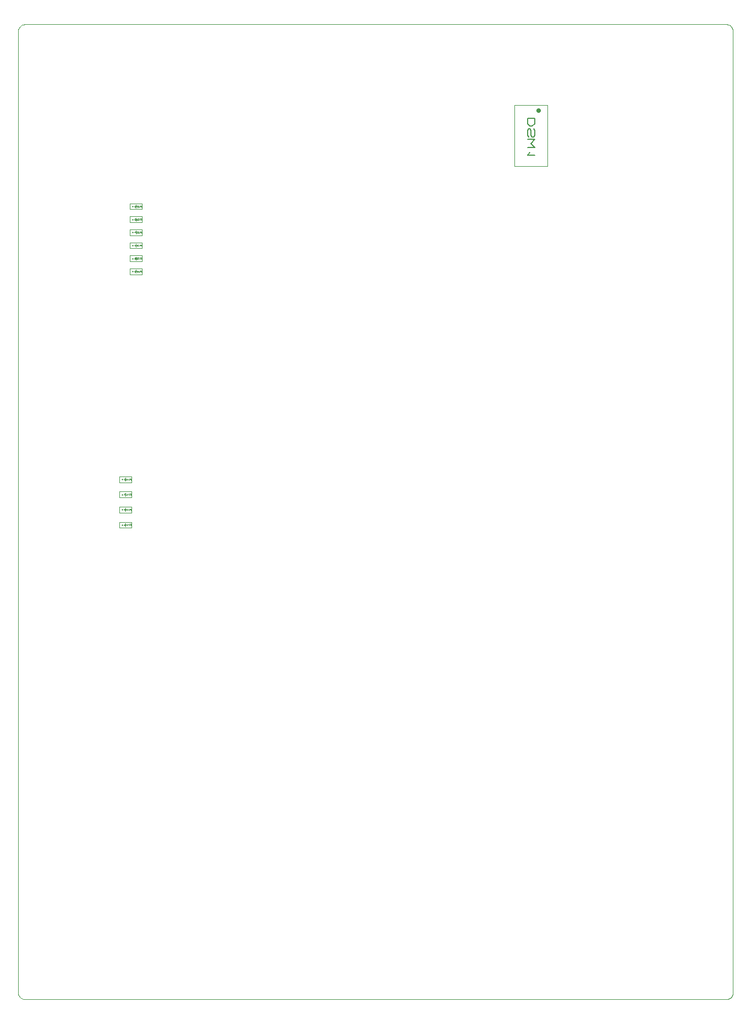
<source format=gbr>
G04 PROTEUS GERBER X2 FILE*
%TF.GenerationSoftware,Labcenter,Proteus,8.15-SP0-Build33980*%
%TF.CreationDate,2023-03-15T16:04:22+00:00*%
%TF.FileFunction,AssemblyDrawing,Bot*%
%TF.FilePolarity,Positive*%
%TF.Part,Single*%
%TF.SameCoordinates,{4545a914-5e6f-4f91-a9de-dead5439e7db}*%
%FSLAX45Y45*%
%MOMM*%
G01*
%TA.AperFunction,Profile*%
%ADD47C,0.101600*%
%TA.AperFunction,Material*%
%ADD52C,0.101600*%
%ADD125C,0.711200*%
%ADD172C,0.180790*%
%ADD120C,0.050000*%
%ADD173C,0.243840*%
%ADD174C,0.041710*%
%TD.AperFunction*%
D47*
X+5500000Y-6900000D02*
X+5498010Y-6920447D01*
X+5492285Y-6939355D01*
X+5471094Y-6971094D01*
X+5439356Y-6992285D01*
X+5420447Y-6998010D01*
X+5400000Y-7000000D01*
X-5500000Y-6900000D02*
X-5498010Y-6920447D01*
X-5492285Y-6939355D01*
X-5471094Y-6971094D01*
X-5439356Y-6992285D01*
X-5420447Y-6998010D01*
X-5400000Y-7000000D01*
X+5400000Y+8000000D02*
X+5420447Y+7998010D01*
X+5439356Y+7992285D01*
X+5471094Y+7971094D01*
X+5492285Y+7939355D01*
X+5498010Y+7920447D01*
X+5500000Y+7900000D01*
X-5400000Y+8000000D02*
X-5420447Y+7998010D01*
X-5439356Y+7992285D01*
X-5471094Y+7971094D01*
X-5492285Y+7939355D01*
X-5498010Y+7920447D01*
X-5500000Y+7900000D01*
X-5400000Y+8000000D02*
X+5400000Y+8000000D01*
X+5500000Y+7900000D02*
X+5500000Y-6900000D01*
X+5400000Y-7000000D02*
X-5400000Y-7000000D01*
X-5500000Y-6900000D02*
X-5500000Y+7900000D01*
D52*
X+2136920Y+5822600D02*
X+2647080Y+5822600D01*
X+2647080Y+6762400D01*
X+2136920Y+6762400D01*
X+2136920Y+5822600D01*
D125*
X+2510000Y+6673500D02*
X+2510000Y+6673500D01*
D172*
X+2446238Y+6555700D02*
X+2337761Y+6555700D01*
X+2337761Y+6474343D01*
X+2373920Y+6433664D01*
X+2410079Y+6433664D01*
X+2446238Y+6474343D01*
X+2446238Y+6555700D01*
X+2428159Y+6392985D02*
X+2446238Y+6372646D01*
X+2446238Y+6291289D01*
X+2428159Y+6270949D01*
X+2410079Y+6270949D01*
X+2392000Y+6291289D01*
X+2392000Y+6372646D01*
X+2373920Y+6392985D01*
X+2355841Y+6392985D01*
X+2337761Y+6372646D01*
X+2337761Y+6291289D01*
X+2355841Y+6270949D01*
X+2337761Y+6230270D02*
X+2446238Y+6230270D01*
X+2392000Y+6169252D01*
X+2446238Y+6108234D01*
X+2337761Y+6108234D01*
X+2373920Y+6026877D02*
X+2337761Y+5986198D01*
X+2446238Y+5986198D01*
D120*
X-3785000Y+4845000D02*
X-3595000Y+4845000D01*
X-3595000Y+4755000D01*
X-3785000Y+4755000D01*
X-3785000Y+4845000D01*
X-3690000Y+4775000D02*
X-3690000Y+4825000D01*
X-3665000Y+4800000D02*
X-3715000Y+4800000D01*
D173*
X-3740000Y+4800000D02*
X-3740000Y+4800000D01*
D174*
X-3603838Y+4787485D02*
X-3603838Y+4812514D01*
X-3627303Y+4812514D01*
X-3631996Y+4808343D01*
X-3631996Y+4804171D01*
X-3627303Y+4800000D01*
X-3603838Y+4800000D01*
X-3627303Y+4800000D02*
X-3631996Y+4795828D01*
X-3631996Y+4787485D01*
X-3646075Y+4808343D02*
X-3650768Y+4812514D01*
X-3664847Y+4812514D01*
X-3669540Y+4808343D01*
X-3669540Y+4804171D01*
X-3664847Y+4800000D01*
X-3650768Y+4800000D01*
X-3646075Y+4795828D01*
X-3646075Y+4787485D01*
X-3669540Y+4787485D01*
X-3683619Y+4812514D02*
X-3707084Y+4812514D01*
X-3707084Y+4808343D01*
X-3683619Y+4787485D01*
D120*
X-3785000Y+5045000D02*
X-3595000Y+5045000D01*
X-3595000Y+4955000D01*
X-3785000Y+4955000D01*
X-3785000Y+5045000D01*
X-3690000Y+4975000D02*
X-3690000Y+5025000D01*
X-3665000Y+5000000D02*
X-3715000Y+5000000D01*
D173*
X-3740000Y+5000000D02*
X-3740000Y+5000000D01*
D174*
X-3603838Y+4987485D02*
X-3603838Y+5012514D01*
X-3627303Y+5012514D01*
X-3631996Y+5008343D01*
X-3631996Y+5004171D01*
X-3627303Y+5000000D01*
X-3603838Y+5000000D01*
X-3627303Y+5000000D02*
X-3631996Y+4995828D01*
X-3631996Y+4987485D01*
X-3646075Y+5008343D02*
X-3650768Y+5012514D01*
X-3664847Y+5012514D01*
X-3669540Y+5008343D01*
X-3669540Y+5004171D01*
X-3664847Y+5000000D01*
X-3650768Y+5000000D01*
X-3646075Y+4995828D01*
X-3646075Y+4987485D01*
X-3669540Y+4987485D01*
X-3688312Y+5000000D02*
X-3683619Y+5004171D01*
X-3683619Y+5008343D01*
X-3688312Y+5012514D01*
X-3702391Y+5012514D01*
X-3707084Y+5008343D01*
X-3707084Y+5004171D01*
X-3702391Y+5000000D01*
X-3688312Y+5000000D01*
X-3683619Y+4995828D01*
X-3683619Y+4991656D01*
X-3688312Y+4987485D01*
X-3702391Y+4987485D01*
X-3707084Y+4991656D01*
X-3707084Y+4995828D01*
X-3702391Y+5000000D01*
D120*
X-3785000Y+5245000D02*
X-3595000Y+5245000D01*
X-3595000Y+5155000D01*
X-3785000Y+5155000D01*
X-3785000Y+5245000D01*
X-3690000Y+5175000D02*
X-3690000Y+5225000D01*
X-3665000Y+5200000D02*
X-3715000Y+5200000D01*
D173*
X-3740000Y+5200000D02*
X-3740000Y+5200000D01*
D174*
X-3603838Y+5187485D02*
X-3603838Y+5212514D01*
X-3627303Y+5212514D01*
X-3631996Y+5208343D01*
X-3631996Y+5204171D01*
X-3627303Y+5200000D01*
X-3603838Y+5200000D01*
X-3627303Y+5200000D02*
X-3631996Y+5195828D01*
X-3631996Y+5187485D01*
X-3646075Y+5208343D02*
X-3650768Y+5212514D01*
X-3664847Y+5212514D01*
X-3669540Y+5208343D01*
X-3669540Y+5204171D01*
X-3664847Y+5200000D01*
X-3650768Y+5200000D01*
X-3646075Y+5195828D01*
X-3646075Y+5187485D01*
X-3669540Y+5187485D01*
X-3707084Y+5204171D02*
X-3702391Y+5200000D01*
X-3688312Y+5200000D01*
X-3683619Y+5204171D01*
X-3683619Y+5208343D01*
X-3688312Y+5212514D01*
X-3702391Y+5212514D01*
X-3707084Y+5208343D01*
X-3707084Y+5191656D01*
X-3702391Y+5187485D01*
X-3688312Y+5187485D01*
D120*
X-3785000Y+4245000D02*
X-3595000Y+4245000D01*
X-3595000Y+4155000D01*
X-3785000Y+4155000D01*
X-3785000Y+4245000D01*
X-3690000Y+4175000D02*
X-3690000Y+4225000D01*
X-3665000Y+4200000D02*
X-3715000Y+4200000D01*
D173*
X-3740000Y+4200000D02*
X-3740000Y+4200000D01*
D174*
X-3603838Y+4187485D02*
X-3603838Y+4212514D01*
X-3627303Y+4212514D01*
X-3631996Y+4208343D01*
X-3631996Y+4204171D01*
X-3627303Y+4200000D01*
X-3603838Y+4200000D01*
X-3627303Y+4200000D02*
X-3631996Y+4195828D01*
X-3631996Y+4187485D01*
X-3669540Y+4195828D02*
X-3641382Y+4195828D01*
X-3660154Y+4212514D01*
X-3660154Y+4187485D01*
X-3707084Y+4204171D02*
X-3702391Y+4200000D01*
X-3688312Y+4200000D01*
X-3683619Y+4204171D01*
X-3683619Y+4208343D01*
X-3688312Y+4212514D01*
X-3702391Y+4212514D01*
X-3707084Y+4208343D01*
X-3707084Y+4191656D01*
X-3702391Y+4187485D01*
X-3688312Y+4187485D01*
D120*
X-3785000Y+4445000D02*
X-3595000Y+4445000D01*
X-3595000Y+4355000D01*
X-3785000Y+4355000D01*
X-3785000Y+4445000D01*
X-3690000Y+4375000D02*
X-3690000Y+4425000D01*
X-3665000Y+4400000D02*
X-3715000Y+4400000D01*
D173*
X-3740000Y+4400000D02*
X-3740000Y+4400000D01*
D174*
X-3603838Y+4387485D02*
X-3603838Y+4412514D01*
X-3627303Y+4412514D01*
X-3631996Y+4408343D01*
X-3631996Y+4404171D01*
X-3627303Y+4400000D01*
X-3603838Y+4400000D01*
X-3627303Y+4400000D02*
X-3631996Y+4395828D01*
X-3631996Y+4387485D01*
X-3669540Y+4412514D02*
X-3646075Y+4412514D01*
X-3646075Y+4404171D01*
X-3664847Y+4404171D01*
X-3669540Y+4400000D01*
X-3669540Y+4391656D01*
X-3664847Y+4387485D01*
X-3650768Y+4387485D01*
X-3646075Y+4391656D01*
X-3678926Y+4391656D02*
X-3678926Y+4408343D01*
X-3683619Y+4412514D01*
X-3702391Y+4412514D01*
X-3707084Y+4408343D01*
X-3707084Y+4391656D01*
X-3702391Y+4387485D01*
X-3683619Y+4387485D01*
X-3678926Y+4391656D01*
X-3678926Y+4387485D02*
X-3707084Y+4412514D01*
D120*
X-3785000Y+4645000D02*
X-3595000Y+4645000D01*
X-3595000Y+4555000D01*
X-3785000Y+4555000D01*
X-3785000Y+4645000D01*
X-3690000Y+4575000D02*
X-3690000Y+4625000D01*
X-3665000Y+4600000D02*
X-3715000Y+4600000D01*
D173*
X-3740000Y+4600000D02*
X-3740000Y+4600000D01*
D174*
X-3603838Y+4587485D02*
X-3603838Y+4612514D01*
X-3627303Y+4612514D01*
X-3631996Y+4608343D01*
X-3631996Y+4604171D01*
X-3627303Y+4600000D01*
X-3603838Y+4600000D01*
X-3627303Y+4600000D02*
X-3631996Y+4595828D01*
X-3631996Y+4587485D01*
X-3669540Y+4612514D02*
X-3646075Y+4612514D01*
X-3646075Y+4604171D01*
X-3664847Y+4604171D01*
X-3669540Y+4600000D01*
X-3669540Y+4591656D01*
X-3664847Y+4587485D01*
X-3650768Y+4587485D01*
X-3646075Y+4591656D01*
X-3688312Y+4604171D02*
X-3697698Y+4612514D01*
X-3697698Y+4587485D01*
D120*
X-3945000Y+1045000D02*
X-3755000Y+1045000D01*
X-3755000Y+955000D01*
X-3945000Y+955000D01*
X-3945000Y+1045000D01*
X-3850000Y+975000D02*
X-3850000Y+1025000D01*
X-3825000Y+1000000D02*
X-3875000Y+1000000D01*
D173*
X-3900000Y+1000000D02*
X-3900000Y+1000000D01*
D174*
X-3763838Y+987485D02*
X-3763838Y+1012514D01*
X-3787303Y+1012514D01*
X-3791996Y+1008343D01*
X-3791996Y+1004171D01*
X-3787303Y+1000000D01*
X-3763838Y+1000000D01*
X-3787303Y+1000000D02*
X-3791996Y+995828D01*
X-3791996Y+987485D01*
X-3810768Y+1004171D02*
X-3820154Y+1012514D01*
X-3820154Y+987485D01*
X-3843619Y+1008343D02*
X-3848312Y+1012514D01*
X-3862391Y+1012514D01*
X-3867084Y+1008343D01*
X-3867084Y+1004171D01*
X-3862391Y+1000000D01*
X-3848312Y+1000000D01*
X-3843619Y+995828D01*
X-3843619Y+987485D01*
X-3867084Y+987485D01*
D120*
X-3945000Y+811666D02*
X-3755000Y+811666D01*
X-3755000Y+721666D01*
X-3945000Y+721666D01*
X-3945000Y+811666D01*
X-3850000Y+741666D02*
X-3850000Y+791666D01*
X-3825000Y+766666D02*
X-3875000Y+766666D01*
D173*
X-3900000Y+766666D02*
X-3900000Y+766666D01*
D174*
X-3763838Y+754151D02*
X-3763838Y+779180D01*
X-3787303Y+779180D01*
X-3791996Y+775009D01*
X-3791996Y+770837D01*
X-3787303Y+766666D01*
X-3763838Y+766666D01*
X-3787303Y+766666D02*
X-3791996Y+762494D01*
X-3791996Y+754151D01*
X-3810768Y+770837D02*
X-3820154Y+779180D01*
X-3820154Y+754151D01*
X-3843619Y+779180D02*
X-3867084Y+779180D01*
X-3867084Y+775009D01*
X-3843619Y+754151D01*
D120*
X-3945000Y+578333D02*
X-3755000Y+578333D01*
X-3755000Y+488333D01*
X-3945000Y+488333D01*
X-3945000Y+578333D01*
X-3850000Y+508333D02*
X-3850000Y+558333D01*
X-3825000Y+533333D02*
X-3875000Y+533333D01*
D173*
X-3900000Y+533333D02*
X-3900000Y+533333D01*
D174*
X-3763838Y+520818D02*
X-3763838Y+545847D01*
X-3787303Y+545847D01*
X-3791996Y+541676D01*
X-3791996Y+537504D01*
X-3787303Y+533333D01*
X-3763838Y+533333D01*
X-3787303Y+533333D02*
X-3791996Y+529161D01*
X-3791996Y+520818D01*
X-3810768Y+537504D02*
X-3820154Y+545847D01*
X-3820154Y+520818D01*
X-3848312Y+533333D02*
X-3843619Y+537504D01*
X-3843619Y+541676D01*
X-3848312Y+545847D01*
X-3862391Y+545847D01*
X-3867084Y+541676D01*
X-3867084Y+537504D01*
X-3862391Y+533333D01*
X-3848312Y+533333D01*
X-3843619Y+529161D01*
X-3843619Y+524989D01*
X-3848312Y+520818D01*
X-3862391Y+520818D01*
X-3867084Y+524989D01*
X-3867084Y+529161D01*
X-3862391Y+533333D01*
D120*
X-3945000Y+345000D02*
X-3755000Y+345000D01*
X-3755000Y+255000D01*
X-3945000Y+255000D01*
X-3945000Y+345000D01*
X-3850000Y+275000D02*
X-3850000Y+325000D01*
X-3825000Y+300000D02*
X-3875000Y+300000D01*
D173*
X-3900000Y+300000D02*
X-3900000Y+300000D01*
D174*
X-3763838Y+287485D02*
X-3763838Y+312514D01*
X-3787303Y+312514D01*
X-3791996Y+308343D01*
X-3791996Y+304171D01*
X-3787303Y+300000D01*
X-3763838Y+300000D01*
X-3787303Y+300000D02*
X-3791996Y+295828D01*
X-3791996Y+287485D01*
X-3810768Y+304171D02*
X-3820154Y+312514D01*
X-3820154Y+287485D01*
X-3867084Y+304171D02*
X-3862391Y+300000D01*
X-3848312Y+300000D01*
X-3843619Y+304171D01*
X-3843619Y+308343D01*
X-3848312Y+312514D01*
X-3862391Y+312514D01*
X-3867084Y+308343D01*
X-3867084Y+291656D01*
X-3862391Y+287485D01*
X-3848312Y+287485D01*
M02*

</source>
